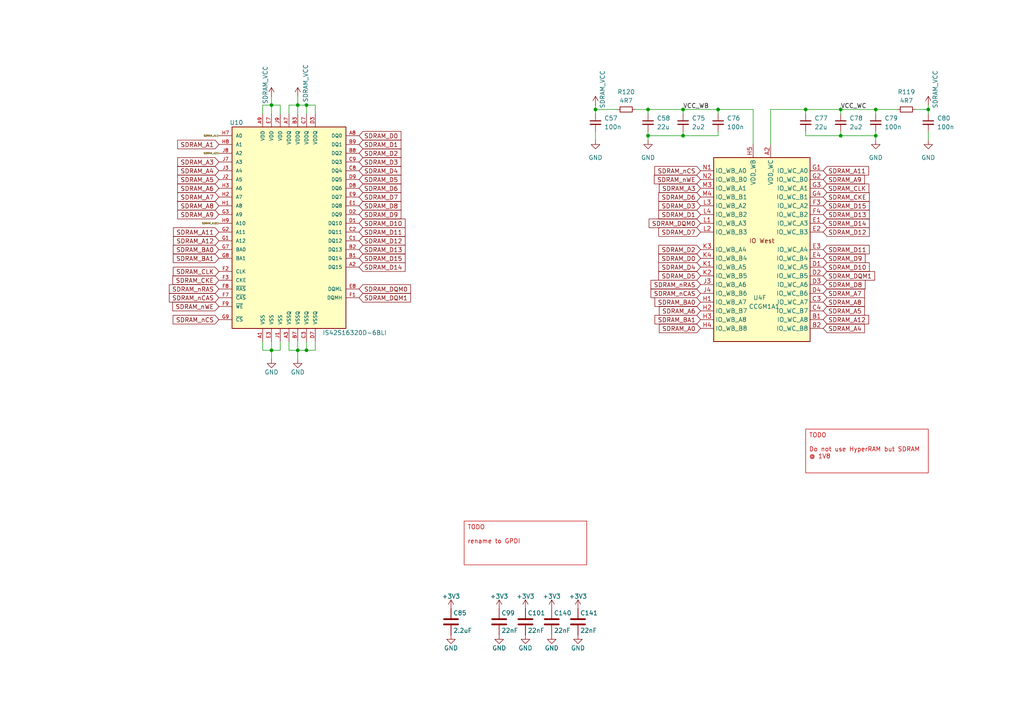
<source format=kicad_sch>
(kicad_sch (version 20250114) (generator "eeschema") (generator_version "9.0")
  (paper "A4")
  (title_block (title "${project_name}") (date "2025-06-24") (rev "${project_version}") (company "${project_creator}") (comment 1 "${project_license}"))
  (bus_alias "DDMI0" (members "DDMI0_TX0_P" "DDMI0_TX0_N" "DDMI0_TX1_P" "DDMI0_TX1_N" "DDMI0_TX2_P" "DDMI0_TX2_N" "DDMI0_CLK_P" "DDMI0_CLK_N" "DDMI0_SDA" "DDMI0_SCL"))
  (bus_alias "DDMI1" (members "DDMI1_TX0_P" "DDMI1_TX0_N" "DDMI1_TX1_P" "DDMI1_TX1_N" "DDMI1_TX2_P" "DDMI1_TX2_N" "DDMI1_CLK_P" "DDMI1_CLK_N"))
  (text_box "TODO\n\nDo not use HyperRAM but SDRAM @ 1V8" (at 233.68 124.46 0) (size 35.56 12.7) (margins 0.9525 0.9525 0.9525 0.9525) (stroke (width 0) (color 194 0 0 1)) (effects (font (size 1.27 1.27)) (justify left top)))
  (text_box "TODO\n\nrename to GPDI" (at 134.62 151.13 0) (size 35.56 12.7) (margins 0.9525 0.9525 0.9525 0.9525) (stroke (width 0) (color 194 0 0 1)) (effects (font (size 1.27 1.27)) (justify left top)))
  (junction (at 208.28 31.75))
  (junction (at 198.12 31.75))
  (junction (at 269.24 31.75))
  (junction (at 172.72 31.75))
  (junction (at 198.12 39.37))
  (junction (at 88.9 101.6))
  (junction (at 243.84 39.37))
  (junction (at 187.96 31.75))
  (junction (at 78.74 30.48))
  (junction (at 88.9 30.48))
  (junction (at 187.96 39.37))
  (junction (at 243.84 31.75))
  (junction (at 86.36 30.48))
  (junction (at 86.36 101.6))
  (junction (at 254 31.75))
  (junction (at 78.74 101.6))
  (junction (at 233.68 31.75))
  (junction (at 254 39.37))
  (wire (pts (xy 76.2 101.6) (xy 78.74 101.6)))
  (wire (pts (xy 198.12 31.75) (xy 208.28 31.75)))
  (wire (pts (xy 78.74 101.6) (xy 78.74 104.14)))
  (wire (pts (xy 187.96 38.1) (xy 187.96 39.37)))
  (wire (pts (xy 184.15 31.75) (xy 187.96 31.75)))
  (wire (pts (xy 243.84 38.1) (xy 243.84 39.37)))
  (wire (pts (xy 86.36 30.48) (xy 88.9 30.48)))
  (wire (pts (xy 172.72 38.1) (xy 172.72 40.64)))
  (wire (pts (xy 88.9 30.48) (xy 91.44 30.48)))
  (wire (pts (xy 208.28 31.75) (xy 208.28 33.02)))
  (wire (pts (xy 76.2 30.48) (xy 78.74 30.48)))
  (wire (pts (xy 269.24 38.1) (xy 269.24 40.64)))
  (wire (pts (xy 265.43 31.75) (xy 269.24 31.75)))
  (wire (pts (xy 208.28 39.37) (xy 208.28 38.1)))
  (wire (pts (xy 198.12 38.1) (xy 198.12 39.37)))
  (wire (pts (xy 88.9 101.6) (xy 91.44 101.6)))
  (wire (pts (xy 78.74 27.94) (xy 78.74 30.48)))
  (wire (pts (xy 187.96 31.75) (xy 187.96 33.02)))
  (wire (pts (xy 81.28 101.6) (xy 81.28 99.06)))
  (wire (pts (xy 187.96 39.37) (xy 187.96 40.64)))
  (wire (pts (xy 269.24 30.48) (xy 269.24 31.75)))
  (wire (pts (xy 269.24 31.75) (xy 269.24 33.02)))
  (wire (pts (xy 172.72 30.48) (xy 172.72 31.75)))
  (wire (pts (xy 243.84 39.37) (xy 254 39.37)))
  (wire (pts (xy 83.82 99.06) (xy 83.82 101.6)))
  (wire (pts (xy 243.84 31.75) (xy 243.84 33.02)))
  (wire (pts (xy 254 39.37) (xy 254 40.64)))
  (wire (pts (xy 187.96 31.75) (xy 198.12 31.75)))
  (wire (pts (xy 208.28 31.75) (xy 218.44 31.75)))
  (wire (pts (xy 172.72 31.75) (xy 172.72 33.02)))
  (wire (pts (xy 198.12 39.37) (xy 208.28 39.37)))
  (wire (pts (xy 187.96 39.37) (xy 198.12 39.37)))
  (wire (pts (xy 86.36 30.48) (xy 86.36 33.02)))
  (wire (pts (xy 91.44 101.6) (xy 91.44 99.06)))
  (wire (pts (xy 86.36 101.6) (xy 88.9 101.6)))
  (wire (pts (xy 233.68 33.02) (xy 233.68 31.75)))
  (wire (pts (xy 78.74 30.48) (xy 81.28 30.48)))
  (wire (pts (xy 172.72 31.75) (xy 179.07 31.75)))
  (wire (pts (xy 91.44 30.48) (xy 91.44 33.02)))
  (wire (pts (xy 86.36 101.6) (xy 86.36 104.14)))
  (wire (pts (xy 233.68 38.1) (xy 233.68 39.37)))
  (wire (pts (xy 78.74 30.48) (xy 78.74 33.02)))
  (wire (pts (xy 198.12 31.75) (xy 198.12 33.02)))
  (wire (pts (xy 78.74 101.6) (xy 81.28 101.6)))
  (wire (pts (xy 86.36 27.94) (xy 86.36 30.48)))
  (wire (pts (xy 88.9 99.06) (xy 88.9 101.6)))
  (wire (pts (xy 76.2 99.06) (xy 76.2 101.6)))
  (wire (pts (xy 83.82 33.02) (xy 83.82 30.48)))
  (wire (pts (xy 243.84 31.75) (xy 254 31.75)))
  (wire (pts (xy 83.82 30.48) (xy 86.36 30.48)))
  (wire (pts (xy 88.9 33.02) (xy 88.9 30.48)))
  (wire (pts (xy 83.82 101.6) (xy 86.36 101.6)))
  (wire (pts (xy 254 31.75) (xy 254 33.02)))
  (wire (pts (xy 86.36 99.06) (xy 86.36 101.6)))
  (wire (pts (xy 76.2 33.02) (xy 76.2 30.48)))
  (wire (pts (xy 218.44 41.91) (xy 218.44 31.75)))
  (wire (pts (xy 223.52 31.75) (xy 223.52 41.91)))
  (wire (pts (xy 254 38.1) (xy 254 39.37)))
  (wire (pts (xy 233.68 39.37) (xy 243.84 39.37)))
  (wire (pts (xy 233.68 31.75) (xy 223.52 31.75)))
  (wire (pts (xy 233.68 31.75) (xy 243.84 31.75)))
  (wire (pts (xy 78.74 99.06) (xy 78.74 101.6)))
  (wire (pts (xy 81.28 30.48) (xy 81.28 33.02)))
  (wire (pts (xy 254 31.75) (xy 260.35 31.75)))
  (label "VCC_WC" (at 243.84 31.75 0))
  (label "VCC_WB" (at 198.12 31.75 0))
  (global_label "SDRAM_D5" (shape input) (at 104.14 52.07 0) (property "Intersheetrefs" "${INTERSHEET_REFS}" (effects (hide yes))))
  (global_label "SDRAM_CKE" (shape input) (at 63.5 81.28 180) (property "Intersheetrefs" "${INTERSHEET_REFS}" (effects (hide yes))))
  (global_label "SDRAM_D4" (shape input) (at 104.14 49.53 0) (property "Intersheetrefs" "${INTERSHEET_REFS}" (effects (hide yes))))
  (global_label "SDRAM_D14" (shape input) (at 238.76 64.77 0) (property "Intersheetrefs" "${INTERSHEET_REFS}" (effects (hide yes))))
  (global_label "SDRAM_BA1" (shape input) (at 63.5 74.93 180) (property "Intersheetrefs" "${INTERSHEET_REFS}" (effects (hide yes))))
  (global_label "SDRAM_D9" (shape input) (at 238.76 74.93 0) (property "Intersheetrefs" "${INTERSHEET_REFS}" (effects (hide yes))))
  (global_label "SDRAM_D12" (shape input) (at 104.14 69.85 0) (property "Intersheetrefs" "${INTERSHEET_REFS}" (effects (hide yes))))
  (global_label "SDRAM_A0" (shape input) (at 203.2 95.25 180) (property "Intersheetrefs" "${INTERSHEET_REFS}" (effects (hide yes))))
  (global_label "SDRAM_A7" (shape input) (at 238.76 85.09 0) (property "Intersheetrefs" "${INTERSHEET_REFS}" (effects (hide yes))))
  (global_label "SDRAM_A6" (shape input) (at 63.5 54.61 180) (property "Intersheetrefs" "${INTERSHEET_REFS}" (effects (hide yes))))
  (global_label "SDRAM_nWE" (shape input) (at 203.2 52.07 180) (property "Intersheetrefs" "${INTERSHEET_REFS}" (effects (hide yes))))
  (global_label "SDRAM_A9" (shape input) (at 63.5 62.23 180) (property "Intersheetrefs" "${INTERSHEET_REFS}" (effects (hide yes))))
  (global_label "SDRAM_D15" (shape input) (at 238.76 59.69 0) (property "Intersheetrefs" "${INTERSHEET_REFS}" (effects (hide yes))))
  (global_label "SDRAM_nCAS" (shape input) (at 63.5 86.36 180) (property "Intersheetrefs" "${INTERSHEET_REFS}" (effects (hide yes))))
  (global_label "SDRAM_DQM0" (shape input) (at 203.2 64.77 180) (property "Intersheetrefs" "${INTERSHEET_REFS}" (effects (hide yes))))
  (global_label "SDRAM_D5" (shape input) (at 203.2 80.01 180) (property "Intersheetrefs" "${INTERSHEET_REFS}" (effects (hide yes))))
  (global_label "SDRAM_D1" (shape input) (at 104.14 41.91 0) (property "Intersheetrefs" "${INTERSHEET_REFS}" (effects (hide yes))))
  (global_label "SDRAM_A12" (shape input) (at 238.76 92.71 0) (property "Intersheetrefs" "${INTERSHEET_REFS}" (effects (hide yes))))
  (global_label "SDRAM_A11" (shape input) (at 63.5 67.31 180) (property "Intersheetrefs" "${INTERSHEET_REFS}" (effects (hide yes))))
  (global_label "SDRAM_A6" (shape input) (at 203.2 90.17 180) (property "Intersheetrefs" "${INTERSHEET_REFS}" (effects (hide yes))))
  (global_label "SDRAM_D8" (shape input) (at 104.14 59.69 0) (property "Intersheetrefs" "${INTERSHEET_REFS}" (effects (hide yes))))
  (global_label "SDRAM_A5" (shape input) (at 63.5 52.07 180) (property "Intersheetrefs" "${INTERSHEET_REFS}" (effects (hide yes))))
  (global_label "SDRAM_D7" (shape input) (at 104.14 57.15 0) (property "Intersheetrefs" "${INTERSHEET_REFS}" (effects (hide yes))))
  (global_label "SDRAM_D11" (shape input) (at 238.76 72.39 0) (property "Intersheetrefs" "${INTERSHEET_REFS}" (effects (hide yes))))
  (global_label "SDRAM_nWE" (shape input) (at 63.5 88.9 180) (property "Intersheetrefs" "${INTERSHEET_REFS}" (effects (hide yes))))
  (global_label "SDRAM_BA0" (shape input) (at 203.2 87.63 180) (property "Intersheetrefs" "${INTERSHEET_REFS}" (effects (hide yes))))
  (global_label "SDRAM_D14" (shape input) (at 104.14 77.47 0) (property "Intersheetrefs" "${INTERSHEET_REFS}" (effects (hide yes))))
  (global_label "SDRAM_nRAS" (shape input) (at 63.5 83.82 180) (property "Intersheetrefs" "${INTERSHEET_REFS}" (effects (hide yes))))
  (global_label "SDRAM_D15" (shape input) (at 104.14 74.93 0) (property "Intersheetrefs" "${INTERSHEET_REFS}" (effects (hide yes))))
  (global_label "SDRAM_A5" (shape input) (at 238.76 90.17 0) (property "Intersheetrefs" "${INTERSHEET_REFS}" (effects (hide yes))))
  (global_label "SDRAM_A11" (shape input) (at 238.76 49.53 0) (property "Intersheetrefs" "${INTERSHEET_REFS}" (effects (hide yes))))
  (global_label "SDRAM_A12" (shape input) (at 63.5 69.85 180) (property "Intersheetrefs" "${INTERSHEET_REFS}" (effects (hide yes))))
  (global_label "SDRAM_D7" (shape input) (at 203.2 67.31 180) (property "Intersheetrefs" "${INTERSHEET_REFS}" (effects (hide yes))))
  (global_label "SDRAM_D3" (shape input) (at 104.14 46.99 0) (property "Intersheetrefs" "${INTERSHEET_REFS}" (effects (hide yes))))
  (global_label "SDRAM_D0" (shape input) (at 104.14 39.37 0) (property "Intersheetrefs" "${INTERSHEET_REFS}" (effects (hide yes))))
  (global_label "SDRAM_A8" (shape input) (at 238.76 87.63 0) (property "Intersheetrefs" "${INTERSHEET_REFS}" (effects (hide yes))))
  (global_label "SDRAM_A4" (shape input) (at 238.76 95.25 0) (property "Intersheetrefs" "${INTERSHEET_REFS}" (effects (hide yes))))
  (global_label "SDRAM_CKE" (shape input) (at 238.76 57.15 0) (property "Intersheetrefs" "${INTERSHEET_REFS}" (effects (hide yes))))
  (global_label "SDRAM_D10" (shape input) (at 104.14 64.77 0) (property "Intersheetrefs" "${INTERSHEET_REFS}" (effects (hide yes))))
  (global_label "SDRAM_D8" (shape input) (at 238.76 82.55 0) (property "Intersheetrefs" "${INTERSHEET_REFS}" (effects (hide yes))))
  (global_label "SDRAM_D13" (shape input) (at 104.14 72.39 0) (property "Intersheetrefs" "${INTERSHEET_REFS}" (effects (hide yes))))
  (global_label "SDRAM_A3" (shape input) (at 63.5 46.99 180) (property "Intersheetrefs" "${INTERSHEET_REFS}" (effects (hide yes))))
  (global_label "SDRAM_D2" (shape input) (at 203.2 72.39 180) (property "Intersheetrefs" "${INTERSHEET_REFS}" (effects (hide yes))))
  (global_label "SDRAM_CLK" (shape input) (at 238.76 54.61 0) (property "Intersheetrefs" "${INTERSHEET_REFS}" (effects (hide yes))))
  (global_label "SDRAM_A4" (shape input) (at 63.5 49.53 180) (property "Intersheetrefs" "${INTERSHEET_REFS}" (effects (hide yes))))
  (global_label "SDRAM_DQM0" (shape input) (at 104.14 83.82 0) (property "Intersheetrefs" "${INTERSHEET_REFS}" (effects (hide yes))))
  (global_label "SDRAM_D12" (shape input) (at 238.76 67.31 0) (property "Intersheetrefs" "${INTERSHEET_REFS}" (effects (hide yes))))
  (global_label "SDRAM_nRAS" (shape input) (at 203.2 82.55 180) (property "Intersheetrefs" "${INTERSHEET_REFS}" (effects (hide yes))))
  (global_label "SDRAM_CLK" (shape input) (at 63.5 78.74 180) (property "Intersheetrefs" "${INTERSHEET_REFS}" (effects (hide yes))))
  (global_label "SDRAM_D9" (shape input) (at 104.14 62.23 0) (property "Intersheetrefs" "${INTERSHEET_REFS}" (effects (hide yes))))
  (global_label "SDRAM_nCS" (shape input) (at 63.5 92.71 180) (property "Intersheetrefs" "${INTERSHEET_REFS}" (effects (hide yes))))
  (global_label "SDRAM_DQM1" (shape input) (at 104.14 86.36 0) (property "Intersheetrefs" "${INTERSHEET_REFS}" (effects (hide yes))))
  (global_label "SDRAM_D3" (shape input) (at 203.2 59.69 180) (property "Intersheetrefs" "${INTERSHEET_REFS}" (effects (hide yes))))
  (global_label "SDRAM_A3" (shape input) (at 203.2 54.61 180) (property "Intersheetrefs" "${INTERSHEET_REFS}" (effects (hide yes))))
  (global_label "SDRAM_D13" (shape input) (at 238.76 62.23 0) (property "Intersheetrefs" "${INTERSHEET_REFS}" (effects (hide yes))))
  (global_label "SDRAM_nCAS" (shape input) (at 203.2 85.09 180) (property "Intersheetrefs" "${INTERSHEET_REFS}" (effects (hide yes))))
  (global_label "SDRAM_BA0" (shape input) (at 63.5 72.39 180) (property "Intersheetrefs" "${INTERSHEET_REFS}" (effects (hide yes))))
  (global_label "SDRAM_D2" (shape input) (at 104.14 44.45 0) (property "Intersheetrefs" "${INTERSHEET_REFS}" (effects (hide yes))))
  (global_label "SDRAM_A7" (shape input) (at 63.5 57.15 180) (property "Intersheetrefs" "${INTERSHEET_REFS}" (effects (hide yes))))
  (global_label "SDRAM_D0" (shape input) (at 203.2 74.93 180) (property "Intersheetrefs" "${INTERSHEET_REFS}" (effects (hide yes))))
  (global_label "SDRAM_BA1" (shape input) (at 203.2 92.71 180) (property "Intersheetrefs" "${INTERSHEET_REFS}" (effects (hide yes))))
  (global_label "SDRAM_A1" (shape input) (at 63.5 41.91 180) (property "Intersheetrefs" "${INTERSHEET_REFS}" (effects (hide yes))))
  (global_label "SDRAM_A8" (shape input) (at 63.5 59.69 180) (property "Intersheetrefs" "${INTERSHEET_REFS}" (effects (hide yes))))
  (global_label "SDRAM_D6" (shape input) (at 203.2 57.15 180) (property "Intersheetrefs" "${INTERSHEET_REFS}" (effects (hide yes))))
  (global_label "SDRAM_D4" (shape input) (at 203.2 77.47 180) (property "Intersheetrefs" "${INTERSHEET_REFS}" (effects (hide yes))))
  (global_label "SDRAM_DQM1" (shape input) (at 238.76 80.01 0) (property "Intersheetrefs" "${INTERSHEET_REFS}" (effects (hide yes))))
  (global_label "SDRAM_nCS" (shape input) (at 203.2 49.53 180) (property "Intersheetrefs" "${INTERSHEET_REFS}" (effects (hide yes))))
  (global_label "SDRAM_A9" (shape input) (at 238.76 52.07 0) (property "Intersheetrefs" "${INTERSHEET_REFS}" (effects (hide yes))))
  (global_label "SDRAM_D10" (shape input) (at 238.76 77.47 0) (property "Intersheetrefs" "${INTERSHEET_REFS}" (effects (hide yes))))
  (global_label "SDRAM_D1" (shape input) (at 203.2 62.23 180) (property "Intersheetrefs" "${INTERSHEET_REFS}" (effects (hide yes))))
  (global_label "SDRAM_D6" (shape input) (at 104.14 54.61 0) (property "Intersheetrefs" "${INTERSHEET_REFS}" (effects (hide yes))))
  (global_label "SDRAM_D11" (shape input) (at 104.14 67.31 0) (property "Intersheetrefs" "${INTERSHEET_REFS}" (effects (hide yes))))
  (hierarchical_label "SDRAM_A1" (shape input) (at 63.5 39.37 180) (effects (font (size 0.5 0.5))))
  (hierarchical_label "SDRAM_A2" (shape input) (at 63.5 44.45 180) (effects (font (size 0.5 0.5))))
  (hierarchical_label "SDRAM_A10" (shape input) (at 63.5 64.77 180) (effects (font (size 0.5 0.5))))
  (symbol (lib_id "ulx4m-rescue:GND-power") (at 144.78 184.15 0) (unit 1)
    (property "Reference" "#PWR097" (effects (hide yes)))
    (property "Value" "GND" (at 144.78 187.96 0))
  )
  (symbol (lib_id "Device:C") (at 144.78 180.34 0) (unit 1)
    (property "Reference" "C99" (at 145.415 177.8 0) (effects (justify left)))
    (property "Value" "22nF" (at 145.415 182.88 0) (effects (justify left)))
    (property "Footprint" "Capacitor_SMD:C_0402_1005Metric" (effects (hide yes)))
    (property "MPN" "CX0603MRX7R8BB223" (effects (hide yes)))
  )
  (symbol (lib_id "ulx4m-rescue:GND-power") (at 78.74 104.14 0) (unit 1)
    (property "Reference" "#PWR078" (effects (hide yes)))
    (property "Value" "GND" (at 78.74 107.95 0))
  )
  (symbol (lib_id "Device:R_Small") (at 262.89 31.75 90) (unit 1)
    (property "Reference" "R119" (at 262.89 26.67 90))
    (property "Value" "4R7" (at 262.89 29.21 90))
    (property "Footprint" "Resistor_SMD:R_0402_1005Metric" (effects (hide yes)))
  )
  (symbol (lib_id "Device:C_Small") (at 233.68 35.56 0) (unit 1)
    (property "Reference" "C77" (at 236.22 34.2963 0) (effects (justify left)))
    (property "Value" "22u" (at 236.22 36.8363 0) (effects (justify left)))
    (property "Footprint" "Capacitor_SMD:C_0402_1005Metric" (effects (hide yes)))
  )
  (symbol (lib_id "mt48lc16m16a2tg:IS42S16320D-6BLI") (at 83.82 66.04 0) (unit 1)
    (property "Reference" "U10" (at 68.58 35.56 0))
    (property "Value" "IS42S16320D-6BLI" (at 102.87 96.52 0))
    (property "Footprint" "IS42S16320D:IS42S16320D-6BLI" (effects (hide yes)))
  )
  (symbol (lib_id "Device:C") (at 152.4 180.34 0) (unit 1)
    (property "Reference" "C101" (at 153.035 177.8 0) (effects (justify left)))
    (property "Value" "22nF" (at 153.035 182.88 0) (effects (justify left)))
    (property "Footprint" "Capacitor_SMD:C_0402_1005Metric" (effects (hide yes)))
    (property "MPN" "CX0603MRX7R8BB223" (effects (hide yes)))
  )
  (symbol (lib_id "Device:C_Small") (at 243.84 35.56 0) (unit 1)
    (property "Reference" "C78" (at 246.38 34.2963 0) (effects (justify left)))
    (property "Value" "2u2" (at 246.38 36.8363 0) (effects (justify left)))
    (property "Footprint" "Capacitor_SMD:C_0402_1005Metric" (effects (hide yes)))
  )
  (symbol (lib_id "Device:C_Small") (at 254 35.56 0) (unit 1)
    (property "Reference" "C79" (at 256.54 34.2963 0) (effects (justify left)))
    (property "Value" "100n" (at 256.54 36.8363 0) (effects (justify left)))
    (property "Footprint" "Capacitor_SMD:C_0402_1005Metric" (effects (hide yes)))
  )
  (symbol (lib_id "power:VCC") (at 78.74 27.94 0) (unit 1)
    (property "Reference" "#PWR0144" (effects (hide yes)))
    (property "Value" "SDRAM_VCC" (at 76.962 24.638 90))
    (property "Description" "Power symbol creates a global label with name \"VCC\"" (effects (hide yes)))
  )
  (symbol (lib_id "power:GND") (at 269.24 40.64 0) (unit 1)
    (property "Reference" "#PWR084" (effects (hide yes)))
    (property "Value" "GND" (at 269.24 45.72 0))
  )
  (symbol (lib_id "Device:R_Small") (at 181.61 31.75 90) (unit 1)
    (property "Reference" "R120" (at 181.61 26.67 90))
    (property "Value" "4R7" (at 181.61 29.21 90))
    (property "Footprint" "Resistor_SMD:R_0402_1005Metric" (effects (hide yes)))
  )
  (symbol (lib_id "ulx4m-rescue:+3V3-power") (at 167.64 176.53 0) (unit 1)
    (property "Reference" "#PWR0103" (effects (hide yes)))
    (property "Value" "+3V3" (at 167.64 172.974 0))
  )
  (symbol (lib_id "ulx4m-rescue:+3V3-power") (at 130.81 176.53 0) (unit 1)
    (property "Reference" "#PWR071" (effects (hide yes)))
    (property "Value" "+3V3" (at 130.81 172.974 0))
  )
  (symbol (lib_id "power:VCC") (at 86.36 27.94 0) (unit 1)
    (property "Reference" "#PWR0145" (effects (hide yes)))
    (property "Value" "SDRAM_VCC" (at 88.646 24.13 90))
    (property "Description" "Power symbol creates a global label with name \"VCC\"" (effects (hide yes)))
  )
  (symbol (lib_id "Device:C") (at 160.02 180.34 0) (unit 1)
    (property "Reference" "C140" (at 160.655 177.8 0) (effects (justify left)))
    (property "Value" "22nF" (at 160.655 182.88 0) (effects (justify left)))
    (property "Footprint" "Capacitor_SMD:C_0402_1005Metric" (effects (hide yes)))
    (property "MPN" "CX0603MRX7R8BB223" (effects (hide yes)))
  )
  (symbol (lib_id "ulx4m-rescue:+3V3-power") (at 160.02 176.53 0) (unit 1)
    (property "Reference" "#PWR0101" (effects (hide yes)))
    (property "Value" "+3V3" (at 160.02 172.974 0))
  )
  (symbol (lib_id "Device:C") (at 130.81 180.34 0) (unit 1)
    (property "Reference" "C85" (at 131.445 177.8 0) (effects (justify left)))
    (property "Value" "2.2uF" (at 131.445 182.88 0) (effects (justify left)))
    (property "Footprint" "Capacitor_SMD:C_0603_1608Metric" (effects (hide yes)))
  )
  (symbol (lib_id "power:VCC") (at 269.24 30.48 0) (unit 1)
    (property "Reference" "#PWR0147" (effects (hide yes)))
    (property "Value" "SDRAM_VCC" (at 271.272 25.908 90))
    (property "Description" "Power symbol creates a global label with name \"VCC\"" (effects (hide yes)))
  )
  (symbol (lib_id "ulx4m-rescue:+3V3-power") (at 144.78 176.53 0) (unit 1)
    (property "Reference" "#PWR096" (effects (hide yes)))
    (property "Value" "+3V3" (at 144.78 172.974 0))
  )
  (symbol (lib_id "power:GND") (at 187.96 40.64 0) (unit 1)
    (property "Reference" "#PWR0138" (effects (hide yes)))
    (property "Value" "GND" (at 187.96 45.72 0))
  )
  (symbol (lib_id "power:GND") (at 254 40.64 0) (unit 1)
    (property "Reference" "#PWR0137" (effects (hide yes)))
    (property "Value" "GND" (at 254 45.72 0))
  )
  (symbol (lib_id "Device:C_Small") (at 269.24 35.56 0) (unit 1)
    (property "Reference" "C80" (at 271.78 34.2963 0) (effects (justify left)))
    (property "Value" "100n" (at 271.78 36.8363 0) (effects (justify left)))
    (property "Footprint" "Capacitor_SMD:C_0402_1005Metric" (effects (hide yes)))
  )
  (symbol (lib_id "FPGA_CologneChip_GateMate:CCGM1A1") (at 220.98 72.39 0) (unit 6)
    (property "Reference" "U4" (at 218.44 86.36 0) (effects (justify left)))
    (property "Value" "CCGM1A1" (at 217.17 88.9 0) (effects (justify left)))
    (property "Footprint" "ulx5m-gs:BGA-324_15.0x15.0mm_Layout18x18_P0.8mm_Ball0.45mm_Pad0.4mm_NSMD" (effects (hide yes)))
    (property "Datasheet" "https://colognechip.com/docs/ds1001-gatemate1-datasheet-2022-05.pdf" (effects (hide yes)))
  )
  (symbol (lib_id "Device:C_Small") (at 198.12 35.56 0) (unit 1)
    (property "Reference" "C75" (at 200.66 34.2963 0) (effects (justify left)))
    (property "Value" "2u2" (at 200.66 36.8363 0) (effects (justify left)))
    (property "Footprint" "Capacitor_SMD:C_0402_1005Metric" (effects (hide yes)))
  )
  (symbol (lib_id "Device:C_Small") (at 187.96 35.56 0) (unit 1)
    (property "Reference" "C58" (at 190.5 34.2963 0) (effects (justify left)))
    (property "Value" "22u" (at 190.5 36.8363 0) (effects (justify left)))
    (property "Footprint" "Capacitor_SMD:C_0402_1005Metric" (effects (hide yes)))
  )
  (symbol (lib_id "power:VCC") (at 172.72 30.48 0) (unit 1)
    (property "Reference" "#PWR0146" (effects (hide yes)))
    (property "Value" "SDRAM_VCC" (at 174.752 25.908 90))
    (property "Description" "Power symbol creates a global label with name \"VCC\"" (effects (hide yes)))
  )
  (symbol (lib_id "Device:C") (at 167.64 180.34 0) (unit 1)
    (property "Reference" "C141" (at 168.275 177.8 0) (effects (justify left)))
    (property "Value" "22nF" (at 168.275 182.88 0) (effects (justify left)))
    (property "Footprint" "Capacitor_SMD:C_0603_1608Metric" (effects (hide yes)))
    (property "MPN" "CX0603MRX7R8BB223" (effects (hide yes)))
  )
  (symbol (lib_id "Device:C_Small") (at 208.28 35.56 0) (unit 1)
    (property "Reference" "C76" (at 210.82 34.2963 0) (effects (justify left)))
    (property "Value" "100n" (at 210.82 36.8363 0) (effects (justify left)))
    (property "Footprint" "Capacitor_SMD:C_0402_1005Metric" (effects (hide yes)))
  )
  (symbol (lib_id "ulx4m-rescue:GND-power") (at 130.81 184.15 0) (unit 1)
    (property "Reference" "#PWR072" (effects (hide yes)))
    (property "Value" "GND" (at 130.81 187.96 0))
  )
  (symbol (lib_id "ulx4m-rescue:GND-power") (at 152.4 184.15 0) (unit 1)
    (property "Reference" "#PWR099" (effects (hide yes)))
    (property "Value" "GND" (at 152.4 187.96 0))
  )
  (symbol (lib_id "ulx4m-rescue:GND-power") (at 160.02 184.15 0) (unit 1)
    (property "Reference" "#PWR0102" (effects (hide yes)))
    (property "Value" "GND" (at 160.02 187.96 0))
  )
  (symbol (lib_id "ulx4m-rescue:GND-power") (at 167.64 184.15 0) (unit 1)
    (property "Reference" "#PWR0104" (effects (hide yes)))
    (property "Value" "GND" (at 167.64 187.96 0))
  )
  (symbol (lib_id "Device:C_Small") (at 172.72 35.56 0) (unit 1)
    (property "Reference" "C57" (at 175.26 34.2963 0) (effects (justify left)))
    (property "Value" "100n" (at 175.26 36.8363 0) (effects (justify left)))
    (property "Footprint" "Capacitor_SMD:C_0402_1005Metric" (effects (hide yes)))
  )
  (symbol (lib_id "power:GND") (at 172.72 40.64 0) (unit 1)
    (property "Reference" "#PWR081" (effects (hide yes)))
    (property "Value" "GND" (at 172.72 45.72 0))
  )
  (symbol (lib_id "ulx4m-rescue:+3V3-power") (at 152.4 176.53 0) (unit 1)
    (property "Reference" "#PWR098" (effects (hide yes)))
    (property "Value" "+3V3" (at 152.4 172.974 0))
  )
  (symbol (lib_id "ulx4m-rescue:GND-power") (at 86.36 104.14 0) (unit 1)
    (property "Reference" "#PWR082" (effects (hide yes)))
    (property "Value" "GND" (at 86.36 107.95 0))
  )
)
</source>
